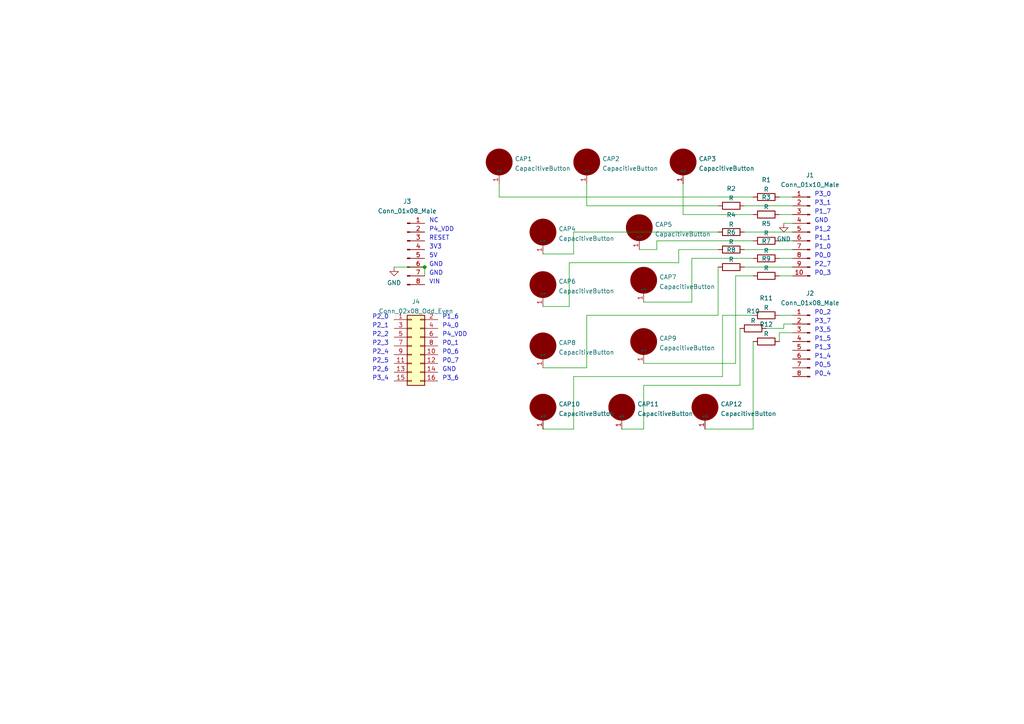
<source format=kicad_sch>
(kicad_sch (version 20211123) (generator eeschema)

  (uuid e63e39d7-6ac0-4ffd-8aa3-1841a4541b55)

  (paper "A4")

  (lib_symbols
    (symbol "Connector:Conn_01x08_Male" (pin_names (offset 1.016) hide) (in_bom yes) (on_board yes)
      (property "Reference" "J" (id 0) (at 0 10.16 0)
        (effects (font (size 1.27 1.27)))
      )
      (property "Value" "Conn_01x08_Male" (id 1) (at 0 -12.7 0)
        (effects (font (size 1.27 1.27)))
      )
      (property "Footprint" "" (id 2) (at 0 0 0)
        (effects (font (size 1.27 1.27)) hide)
      )
      (property "Datasheet" "~" (id 3) (at 0 0 0)
        (effects (font (size 1.27 1.27)) hide)
      )
      (property "ki_keywords" "connector" (id 4) (at 0 0 0)
        (effects (font (size 1.27 1.27)) hide)
      )
      (property "ki_description" "Generic connector, single row, 01x08, script generated (kicad-library-utils/schlib/autogen/connector/)" (id 5) (at 0 0 0)
        (effects (font (size 1.27 1.27)) hide)
      )
      (property "ki_fp_filters" "Connector*:*_1x??_*" (id 6) (at 0 0 0)
        (effects (font (size 1.27 1.27)) hide)
      )
      (symbol "Conn_01x08_Male_1_1"
        (polyline
          (pts
            (xy 1.27 -10.16)
            (xy 0.8636 -10.16)
          )
          (stroke (width 0.1524) (type default) (color 0 0 0 0))
          (fill (type none))
        )
        (polyline
          (pts
            (xy 1.27 -7.62)
            (xy 0.8636 -7.62)
          )
          (stroke (width 0.1524) (type default) (color 0 0 0 0))
          (fill (type none))
        )
        (polyline
          (pts
            (xy 1.27 -5.08)
            (xy 0.8636 -5.08)
          )
          (stroke (width 0.1524) (type default) (color 0 0 0 0))
          (fill (type none))
        )
        (polyline
          (pts
            (xy 1.27 -2.54)
            (xy 0.8636 -2.54)
          )
          (stroke (width 0.1524) (type default) (color 0 0 0 0))
          (fill (type none))
        )
        (polyline
          (pts
            (xy 1.27 0)
            (xy 0.8636 0)
          )
          (stroke (width 0.1524) (type default) (color 0 0 0 0))
          (fill (type none))
        )
        (polyline
          (pts
            (xy 1.27 2.54)
            (xy 0.8636 2.54)
          )
          (stroke (width 0.1524) (type default) (color 0 0 0 0))
          (fill (type none))
        )
        (polyline
          (pts
            (xy 1.27 5.08)
            (xy 0.8636 5.08)
          )
          (stroke (width 0.1524) (type default) (color 0 0 0 0))
          (fill (type none))
        )
        (polyline
          (pts
            (xy 1.27 7.62)
            (xy 0.8636 7.62)
          )
          (stroke (width 0.1524) (type default) (color 0 0 0 0))
          (fill (type none))
        )
        (rectangle (start 0.8636 -10.033) (end 0 -10.287)
          (stroke (width 0.1524) (type default) (color 0 0 0 0))
          (fill (type outline))
        )
        (rectangle (start 0.8636 -7.493) (end 0 -7.747)
          (stroke (width 0.1524) (type default) (color 0 0 0 0))
          (fill (type outline))
        )
        (rectangle (start 0.8636 -4.953) (end 0 -5.207)
          (stroke (width 0.1524) (type default) (color 0 0 0 0))
          (fill (type outline))
        )
        (rectangle (start 0.8636 -2.413) (end 0 -2.667)
          (stroke (width 0.1524) (type default) (color 0 0 0 0))
          (fill (type outline))
        )
        (rectangle (start 0.8636 0.127) (end 0 -0.127)
          (stroke (width 0.1524) (type default) (color 0 0 0 0))
          (fill (type outline))
        )
        (rectangle (start 0.8636 2.667) (end 0 2.413)
          (stroke (width 0.1524) (type default) (color 0 0 0 0))
          (fill (type outline))
        )
        (rectangle (start 0.8636 5.207) (end 0 4.953)
          (stroke (width 0.1524) (type default) (color 0 0 0 0))
          (fill (type outline))
        )
        (rectangle (start 0.8636 7.747) (end 0 7.493)
          (stroke (width 0.1524) (type default) (color 0 0 0 0))
          (fill (type outline))
        )
        (pin passive line (at 5.08 7.62 180) (length 3.81)
          (name "Pin_1" (effects (font (size 1.27 1.27))))
          (number "1" (effects (font (size 1.27 1.27))))
        )
        (pin passive line (at 5.08 5.08 180) (length 3.81)
          (name "Pin_2" (effects (font (size 1.27 1.27))))
          (number "2" (effects (font (size 1.27 1.27))))
        )
        (pin passive line (at 5.08 2.54 180) (length 3.81)
          (name "Pin_3" (effects (font (size 1.27 1.27))))
          (number "3" (effects (font (size 1.27 1.27))))
        )
        (pin passive line (at 5.08 0 180) (length 3.81)
          (name "Pin_4" (effects (font (size 1.27 1.27))))
          (number "4" (effects (font (size 1.27 1.27))))
        )
        (pin passive line (at 5.08 -2.54 180) (length 3.81)
          (name "Pin_5" (effects (font (size 1.27 1.27))))
          (number "5" (effects (font (size 1.27 1.27))))
        )
        (pin passive line (at 5.08 -5.08 180) (length 3.81)
          (name "Pin_6" (effects (font (size 1.27 1.27))))
          (number "6" (effects (font (size 1.27 1.27))))
        )
        (pin passive line (at 5.08 -7.62 180) (length 3.81)
          (name "Pin_7" (effects (font (size 1.27 1.27))))
          (number "7" (effects (font (size 1.27 1.27))))
        )
        (pin passive line (at 5.08 -10.16 180) (length 3.81)
          (name "Pin_8" (effects (font (size 1.27 1.27))))
          (number "8" (effects (font (size 1.27 1.27))))
        )
      )
    )
    (symbol "Connector:Conn_01x10_Male" (pin_names (offset 1.016) hide) (in_bom yes) (on_board yes)
      (property "Reference" "J" (id 0) (at 0 12.7 0)
        (effects (font (size 1.27 1.27)))
      )
      (property "Value" "Conn_01x10_Male" (id 1) (at 0 -15.24 0)
        (effects (font (size 1.27 1.27)))
      )
      (property "Footprint" "" (id 2) (at 0 0 0)
        (effects (font (size 1.27 1.27)) hide)
      )
      (property "Datasheet" "~" (id 3) (at 0 0 0)
        (effects (font (size 1.27 1.27)) hide)
      )
      (property "ki_keywords" "connector" (id 4) (at 0 0 0)
        (effects (font (size 1.27 1.27)) hide)
      )
      (property "ki_description" "Generic connector, single row, 01x10, script generated (kicad-library-utils/schlib/autogen/connector/)" (id 5) (at 0 0 0)
        (effects (font (size 1.27 1.27)) hide)
      )
      (property "ki_fp_filters" "Connector*:*_1x??_*" (id 6) (at 0 0 0)
        (effects (font (size 1.27 1.27)) hide)
      )
      (symbol "Conn_01x10_Male_1_1"
        (polyline
          (pts
            (xy 1.27 -12.7)
            (xy 0.8636 -12.7)
          )
          (stroke (width 0.1524) (type default) (color 0 0 0 0))
          (fill (type none))
        )
        (polyline
          (pts
            (xy 1.27 -10.16)
            (xy 0.8636 -10.16)
          )
          (stroke (width 0.1524) (type default) (color 0 0 0 0))
          (fill (type none))
        )
        (polyline
          (pts
            (xy 1.27 -7.62)
            (xy 0.8636 -7.62)
          )
          (stroke (width 0.1524) (type default) (color 0 0 0 0))
          (fill (type none))
        )
        (polyline
          (pts
            (xy 1.27 -5.08)
            (xy 0.8636 -5.08)
          )
          (stroke (width 0.1524) (type default) (color 0 0 0 0))
          (fill (type none))
        )
        (polyline
          (pts
            (xy 1.27 -2.54)
            (xy 0.8636 -2.54)
          )
          (stroke (width 0.1524) (type default) (color 0 0 0 0))
          (fill (type none))
        )
        (polyline
          (pts
            (xy 1.27 0)
            (xy 0.8636 0)
          )
          (stroke (width 0.1524) (type default) (color 0 0 0 0))
          (fill (type none))
        )
        (polyline
          (pts
            (xy 1.27 2.54)
            (xy 0.8636 2.54)
          )
          (stroke (width 0.1524) (type default) (color 0 0 0 0))
          (fill (type none))
        )
        (polyline
          (pts
            (xy 1.27 5.08)
            (xy 0.8636 5.08)
          )
          (stroke (width 0.1524) (type default) (color 0 0 0 0))
          (fill (type none))
        )
        (polyline
          (pts
            (xy 1.27 7.62)
            (xy 0.8636 7.62)
          )
          (stroke (width 0.1524) (type default) (color 0 0 0 0))
          (fill (type none))
        )
        (polyline
          (pts
            (xy 1.27 10.16)
            (xy 0.8636 10.16)
          )
          (stroke (width 0.1524) (type default) (color 0 0 0 0))
          (fill (type none))
        )
        (rectangle (start 0.8636 -12.573) (end 0 -12.827)
          (stroke (width 0.1524) (type default) (color 0 0 0 0))
          (fill (type outline))
        )
        (rectangle (start 0.8636 -10.033) (end 0 -10.287)
          (stroke (width 0.1524) (type default) (color 0 0 0 0))
          (fill (type outline))
        )
        (rectangle (start 0.8636 -7.493) (end 0 -7.747)
          (stroke (width 0.1524) (type default) (color 0 0 0 0))
          (fill (type outline))
        )
        (rectangle (start 0.8636 -4.953) (end 0 -5.207)
          (stroke (width 0.1524) (type default) (color 0 0 0 0))
          (fill (type outline))
        )
        (rectangle (start 0.8636 -2.413) (end 0 -2.667)
          (stroke (width 0.1524) (type default) (color 0 0 0 0))
          (fill (type outline))
        )
        (rectangle (start 0.8636 0.127) (end 0 -0.127)
          (stroke (width 0.1524) (type default) (color 0 0 0 0))
          (fill (type outline))
        )
        (rectangle (start 0.8636 2.667) (end 0 2.413)
          (stroke (width 0.1524) (type default) (color 0 0 0 0))
          (fill (type outline))
        )
        (rectangle (start 0.8636 5.207) (end 0 4.953)
          (stroke (width 0.1524) (type default) (color 0 0 0 0))
          (fill (type outline))
        )
        (rectangle (start 0.8636 7.747) (end 0 7.493)
          (stroke (width 0.1524) (type default) (color 0 0 0 0))
          (fill (type outline))
        )
        (rectangle (start 0.8636 10.287) (end 0 10.033)
          (stroke (width 0.1524) (type default) (color 0 0 0 0))
          (fill (type outline))
        )
        (pin passive line (at 5.08 10.16 180) (length 3.81)
          (name "Pin_1" (effects (font (size 1.27 1.27))))
          (number "1" (effects (font (size 1.27 1.27))))
        )
        (pin passive line (at 5.08 -12.7 180) (length 3.81)
          (name "Pin_10" (effects (font (size 1.27 1.27))))
          (number "10" (effects (font (size 1.27 1.27))))
        )
        (pin passive line (at 5.08 7.62 180) (length 3.81)
          (name "Pin_2" (effects (font (size 1.27 1.27))))
          (number "2" (effects (font (size 1.27 1.27))))
        )
        (pin passive line (at 5.08 5.08 180) (length 3.81)
          (name "Pin_3" (effects (font (size 1.27 1.27))))
          (number "3" (effects (font (size 1.27 1.27))))
        )
        (pin passive line (at 5.08 2.54 180) (length 3.81)
          (name "Pin_4" (effects (font (size 1.27 1.27))))
          (number "4" (effects (font (size 1.27 1.27))))
        )
        (pin passive line (at 5.08 0 180) (length 3.81)
          (name "Pin_5" (effects (font (size 1.27 1.27))))
          (number "5" (effects (font (size 1.27 1.27))))
        )
        (pin passive line (at 5.08 -2.54 180) (length 3.81)
          (name "Pin_6" (effects (font (size 1.27 1.27))))
          (number "6" (effects (font (size 1.27 1.27))))
        )
        (pin passive line (at 5.08 -5.08 180) (length 3.81)
          (name "Pin_7" (effects (font (size 1.27 1.27))))
          (number "7" (effects (font (size 1.27 1.27))))
        )
        (pin passive line (at 5.08 -7.62 180) (length 3.81)
          (name "Pin_8" (effects (font (size 1.27 1.27))))
          (number "8" (effects (font (size 1.27 1.27))))
        )
        (pin passive line (at 5.08 -10.16 180) (length 3.81)
          (name "Pin_9" (effects (font (size 1.27 1.27))))
          (number "9" (effects (font (size 1.27 1.27))))
        )
      )
    )
    (symbol "Connector_Generic:Conn_02x08_Odd_Even" (pin_names (offset 1.016) hide) (in_bom yes) (on_board yes)
      (property "Reference" "J" (id 0) (at 1.27 10.16 0)
        (effects (font (size 1.27 1.27)))
      )
      (property "Value" "Conn_02x08_Odd_Even" (id 1) (at 1.27 -12.7 0)
        (effects (font (size 1.27 1.27)))
      )
      (property "Footprint" "" (id 2) (at 0 0 0)
        (effects (font (size 1.27 1.27)) hide)
      )
      (property "Datasheet" "~" (id 3) (at 0 0 0)
        (effects (font (size 1.27 1.27)) hide)
      )
      (property "ki_keywords" "connector" (id 4) (at 0 0 0)
        (effects (font (size 1.27 1.27)) hide)
      )
      (property "ki_description" "Generic connector, double row, 02x08, odd/even pin numbering scheme (row 1 odd numbers, row 2 even numbers), script generated (kicad-library-utils/schlib/autogen/connector/)" (id 5) (at 0 0 0)
        (effects (font (size 1.27 1.27)) hide)
      )
      (property "ki_fp_filters" "Connector*:*_2x??_*" (id 6) (at 0 0 0)
        (effects (font (size 1.27 1.27)) hide)
      )
      (symbol "Conn_02x08_Odd_Even_1_1"
        (rectangle (start -1.27 -10.033) (end 0 -10.287)
          (stroke (width 0.1524) (type default) (color 0 0 0 0))
          (fill (type none))
        )
        (rectangle (start -1.27 -7.493) (end 0 -7.747)
          (stroke (width 0.1524) (type default) (color 0 0 0 0))
          (fill (type none))
        )
        (rectangle (start -1.27 -4.953) (end 0 -5.207)
          (stroke (width 0.1524) (type default) (color 0 0 0 0))
          (fill (type none))
        )
        (rectangle (start -1.27 -2.413) (end 0 -2.667)
          (stroke (width 0.1524) (type default) (color 0 0 0 0))
          (fill (type none))
        )
        (rectangle (start -1.27 0.127) (end 0 -0.127)
          (stroke (width 0.1524) (type default) (color 0 0 0 0))
          (fill (type none))
        )
        (rectangle (start -1.27 2.667) (end 0 2.413)
          (stroke (width 0.1524) (type default) (color 0 0 0 0))
          (fill (type none))
        )
        (rectangle (start -1.27 5.207) (end 0 4.953)
          (stroke (width 0.1524) (type default) (color 0 0 0 0))
          (fill (type none))
        )
        (rectangle (start -1.27 7.747) (end 0 7.493)
          (stroke (width 0.1524) (type default) (color 0 0 0 0))
          (fill (type none))
        )
        (rectangle (start -1.27 8.89) (end 3.81 -11.43)
          (stroke (width 0.254) (type default) (color 0 0 0 0))
          (fill (type background))
        )
        (rectangle (start 3.81 -10.033) (end 2.54 -10.287)
          (stroke (width 0.1524) (type default) (color 0 0 0 0))
          (fill (type none))
        )
        (rectangle (start 3.81 -7.493) (end 2.54 -7.747)
          (stroke (width 0.1524) (type default) (color 0 0 0 0))
          (fill (type none))
        )
        (rectangle (start 3.81 -4.953) (end 2.54 -5.207)
          (stroke (width 0.1524) (type default) (color 0 0 0 0))
          (fill (type none))
        )
        (rectangle (start 3.81 -2.413) (end 2.54 -2.667)
          (stroke (width 0.1524) (type default) (color 0 0 0 0))
          (fill (type none))
        )
        (rectangle (start 3.81 0.127) (end 2.54 -0.127)
          (stroke (width 0.1524) (type default) (color 0 0 0 0))
          (fill (type none))
        )
        (rectangle (start 3.81 2.667) (end 2.54 2.413)
          (stroke (width 0.1524) (type default) (color 0 0 0 0))
          (fill (type none))
        )
        (rectangle (start 3.81 5.207) (end 2.54 4.953)
          (stroke (width 0.1524) (type default) (color 0 0 0 0))
          (fill (type none))
        )
        (rectangle (start 3.81 7.747) (end 2.54 7.493)
          (stroke (width 0.1524) (type default) (color 0 0 0 0))
          (fill (type none))
        )
        (pin passive line (at -5.08 7.62 0) (length 3.81)
          (name "Pin_1" (effects (font (size 1.27 1.27))))
          (number "1" (effects (font (size 1.27 1.27))))
        )
        (pin passive line (at 7.62 -2.54 180) (length 3.81)
          (name "Pin_10" (effects (font (size 1.27 1.27))))
          (number "10" (effects (font (size 1.27 1.27))))
        )
        (pin passive line (at -5.08 -5.08 0) (length 3.81)
          (name "Pin_11" (effects (font (size 1.27 1.27))))
          (number "11" (effects (font (size 1.27 1.27))))
        )
        (pin passive line (at 7.62 -5.08 180) (length 3.81)
          (name "Pin_12" (effects (font (size 1.27 1.27))))
          (number "12" (effects (font (size 1.27 1.27))))
        )
        (pin passive line (at -5.08 -7.62 0) (length 3.81)
          (name "Pin_13" (effects (font (size 1.27 1.27))))
          (number "13" (effects (font (size 1.27 1.27))))
        )
        (pin passive line (at 7.62 -7.62 180) (length 3.81)
          (name "Pin_14" (effects (font (size 1.27 1.27))))
          (number "14" (effects (font (size 1.27 1.27))))
        )
        (pin passive line (at -5.08 -10.16 0) (length 3.81)
          (name "Pin_15" (effects (font (size 1.27 1.27))))
          (number "15" (effects (font (size 1.27 1.27))))
        )
        (pin passive line (at 7.62 -10.16 180) (length 3.81)
          (name "Pin_16" (effects (font (size 1.27 1.27))))
          (number "16" (effects (font (size 1.27 1.27))))
        )
        (pin passive line (at 7.62 7.62 180) (length 3.81)
          (name "Pin_2" (effects (font (size 1.27 1.27))))
          (number "2" (effects (font (size 1.27 1.27))))
        )
        (pin passive line (at -5.08 5.08 0) (length 3.81)
          (name "Pin_3" (effects (font (size 1.27 1.27))))
          (number "3" (effects (font (size 1.27 1.27))))
        )
        (pin passive line (at 7.62 5.08 180) (length 3.81)
          (name "Pin_4" (effects (font (size 1.27 1.27))))
          (number "4" (effects (font (size 1.27 1.27))))
        )
        (pin passive line (at -5.08 2.54 0) (length 3.81)
          (name "Pin_5" (effects (font (size 1.27 1.27))))
          (number "5" (effects (font (size 1.27 1.27))))
        )
        (pin passive line (at 7.62 2.54 180) (length 3.81)
          (name "Pin_6" (effects (font (size 1.27 1.27))))
          (number "6" (effects (font (size 1.27 1.27))))
        )
        (pin passive line (at -5.08 0 0) (length 3.81)
          (name "Pin_7" (effects (font (size 1.27 1.27))))
          (number "7" (effects (font (size 1.27 1.27))))
        )
        (pin passive line (at 7.62 0 180) (length 3.81)
          (name "Pin_8" (effects (font (size 1.27 1.27))))
          (number "8" (effects (font (size 1.27 1.27))))
        )
        (pin passive line (at -5.08 -2.54 0) (length 3.81)
          (name "Pin_9" (effects (font (size 1.27 1.27))))
          (number "9" (effects (font (size 1.27 1.27))))
        )
      )
    )
    (symbol "Device:R" (pin_numbers hide) (pin_names (offset 0)) (in_bom yes) (on_board yes)
      (property "Reference" "R" (id 0) (at 2.032 0 90)
        (effects (font (size 1.27 1.27)))
      )
      (property "Value" "R" (id 1) (at 0 0 90)
        (effects (font (size 1.27 1.27)))
      )
      (property "Footprint" "" (id 2) (at -1.778 0 90)
        (effects (font (size 1.27 1.27)) hide)
      )
      (property "Datasheet" "~" (id 3) (at 0 0 0)
        (effects (font (size 1.27 1.27)) hide)
      )
      (property "ki_keywords" "R res resistor" (id 4) (at 0 0 0)
        (effects (font (size 1.27 1.27)) hide)
      )
      (property "ki_description" "Resistor" (id 5) (at 0 0 0)
        (effects (font (size 1.27 1.27)) hide)
      )
      (property "ki_fp_filters" "R_*" (id 6) (at 0 0 0)
        (effects (font (size 1.27 1.27)) hide)
      )
      (symbol "R_0_1"
        (rectangle (start -1.016 -2.54) (end 1.016 2.54)
          (stroke (width 0.254) (type default) (color 0 0 0 0))
          (fill (type none))
        )
      )
      (symbol "R_1_1"
        (pin passive line (at 0 3.81 270) (length 1.27)
          (name "~" (effects (font (size 1.27 1.27))))
          (number "1" (effects (font (size 1.27 1.27))))
        )
        (pin passive line (at 0 -3.81 90) (length 1.27)
          (name "~" (effects (font (size 1.27 1.27))))
          (number "2" (effects (font (size 1.27 1.27))))
        )
      )
    )
    (symbol "InakiNagore_Library:CapacitiveButton" (in_bom yes) (on_board yes)
      (property "Reference" "CAP" (id 0) (at 0 6.35 0)
        (effects (font (size 1.27 1.27)))
      )
      (property "Value" "CapacitiveButton" (id 1) (at 0 8.89 0)
        (effects (font (size 1.27 1.27)))
      )
      (property "Footprint" "" (id 2) (at 0 -6.35 0)
        (effects (font (size 1.27 1.27)) hide)
      )
      (property "Datasheet" "" (id 3) (at 0 -6.35 0)
        (effects (font (size 1.27 1.27)) hide)
      )
      (symbol "CapacitiveButton_0_1"
        (circle (center 0 0) (radius 3.81)
          (stroke (width 0.1524) (type default) (color 0 0 0 0))
          (fill (type outline))
        )
      )
      (symbol "CapacitiveButton_1_1"
        (pin passive line (at 0 -6.35 90) (length 2.54)
          (name "1" (effects (font (size 1.27 1.27))))
          (number "1" (effects (font (size 1.27 1.27))))
        )
      )
    )
    (symbol "power:GND" (power) (pin_names (offset 0)) (in_bom yes) (on_board yes)
      (property "Reference" "#PWR" (id 0) (at 0 -6.35 0)
        (effects (font (size 1.27 1.27)) hide)
      )
      (property "Value" "GND" (id 1) (at 0 -3.81 0)
        (effects (font (size 1.27 1.27)))
      )
      (property "Footprint" "" (id 2) (at 0 0 0)
        (effects (font (size 1.27 1.27)) hide)
      )
      (property "Datasheet" "" (id 3) (at 0 0 0)
        (effects (font (size 1.27 1.27)) hide)
      )
      (property "ki_keywords" "power-flag" (id 4) (at 0 0 0)
        (effects (font (size 1.27 1.27)) hide)
      )
      (property "ki_description" "Power symbol creates a global label with name \"GND\" , ground" (id 5) (at 0 0 0)
        (effects (font (size 1.27 1.27)) hide)
      )
      (symbol "GND_0_1"
        (polyline
          (pts
            (xy 0 0)
            (xy 0 -1.27)
            (xy 1.27 -1.27)
            (xy 0 -2.54)
            (xy -1.27 -1.27)
            (xy 0 -1.27)
          )
          (stroke (width 0) (type default) (color 0 0 0 0))
          (fill (type none))
        )
      )
      (symbol "GND_1_1"
        (pin power_in line (at 0 0 270) (length 0) hide
          (name "GND" (effects (font (size 1.27 1.27))))
          (number "1" (effects (font (size 1.27 1.27))))
        )
      )
    )
  )

  (junction (at 123.19 77.47) (diameter 0) (color 0 0 0 0)
    (uuid 973dbc22-2fd1-468b-a188-9c35f9d85a1e)
  )

  (wire (pts (xy 218.44 69.85) (xy 190.5 69.85))
    (stroke (width 0) (type default) (color 0 0 0 0))
    (uuid 02b6d27f-f133-447c-8747-2a595e74845e)
  )
  (wire (pts (xy 186.69 87.63) (xy 200.66 87.63))
    (stroke (width 0) (type default) (color 0 0 0 0))
    (uuid 043a3f46-e801-4613-a9be-4d14450e5288)
  )
  (wire (pts (xy 222.25 95.25) (xy 227.33 95.25))
    (stroke (width 0) (type default) (color 0 0 0 0))
    (uuid 04d34d24-10b2-4cd7-8ffe-e97946c6cd6c)
  )
  (wire (pts (xy 226.06 96.52) (xy 229.87 96.52))
    (stroke (width 0) (type default) (color 0 0 0 0))
    (uuid 123ccb0f-b8c6-42e1-b714-82d44025dd5c)
  )
  (wire (pts (xy 227.33 64.77) (xy 229.87 64.77))
    (stroke (width 0) (type default) (color 0 0 0 0))
    (uuid 140c0117-c7aa-4335-b52f-500bd0d03a3f)
  )
  (wire (pts (xy 208.28 67.31) (xy 166.37 67.31))
    (stroke (width 0) (type default) (color 0 0 0 0))
    (uuid 178d12b0-abfd-4b2c-a8da-5f75b389237d)
  )
  (wire (pts (xy 226.06 91.44) (xy 229.87 91.44))
    (stroke (width 0) (type default) (color 0 0 0 0))
    (uuid 1974c726-def2-42f6-bccb-1a0f7b6515d7)
  )
  (wire (pts (xy 196.85 76.2) (xy 165.1 76.2))
    (stroke (width 0) (type default) (color 0 0 0 0))
    (uuid 1d35a8f3-13f6-4485-81fe-ccb13fc48c6b)
  )
  (wire (pts (xy 170.18 91.44) (xy 170.18 106.68))
    (stroke (width 0) (type default) (color 0 0 0 0))
    (uuid 1ea89d85-784e-47bc-92b5-08d8a2b1c931)
  )
  (wire (pts (xy 208.28 77.47) (xy 208.28 91.44))
    (stroke (width 0) (type default) (color 0 0 0 0))
    (uuid 2d558138-e06d-4186-92d4-631cabc6da86)
  )
  (wire (pts (xy 166.37 73.66) (xy 157.48 73.66))
    (stroke (width 0) (type default) (color 0 0 0 0))
    (uuid 30939522-263a-4744-a165-40fbac9482a7)
  )
  (wire (pts (xy 215.9 77.47) (xy 229.87 77.47))
    (stroke (width 0) (type default) (color 0 0 0 0))
    (uuid 36c5c075-ff5e-4485-b0aa-00e8630acf8c)
  )
  (wire (pts (xy 114.3 77.47) (xy 123.19 77.47))
    (stroke (width 0) (type default) (color 0 0 0 0))
    (uuid 37a2e670-013c-42d9-bd4c-cc0fa0a958a8)
  )
  (wire (pts (xy 208.28 72.39) (xy 196.85 72.39))
    (stroke (width 0) (type default) (color 0 0 0 0))
    (uuid 383e89d6-625e-4738-b983-6c43b78ac81c)
  )
  (wire (pts (xy 200.66 74.93) (xy 200.66 87.63))
    (stroke (width 0) (type default) (color 0 0 0 0))
    (uuid 38730772-9a13-40e0-9a9e-f0f51acac791)
  )
  (wire (pts (xy 218.44 99.06) (xy 218.44 124.46))
    (stroke (width 0) (type default) (color 0 0 0 0))
    (uuid 407b9ab9-6895-41c5-a290-4c4029ac19ed)
  )
  (wire (pts (xy 226.06 99.06) (xy 226.06 96.52))
    (stroke (width 0) (type default) (color 0 0 0 0))
    (uuid 4787afbf-a567-4e80-9253-fc8002fdff49)
  )
  (wire (pts (xy 218.44 62.23) (xy 198.12 62.23))
    (stroke (width 0) (type default) (color 0 0 0 0))
    (uuid 4c188409-0926-45e2-979f-35c3723387b9)
  )
  (wire (pts (xy 165.1 88.9) (xy 157.48 88.9))
    (stroke (width 0) (type default) (color 0 0 0 0))
    (uuid 50c924bd-ee43-4fda-b22e-bb3ba7fea6d4)
  )
  (wire (pts (xy 170.18 106.68) (xy 157.48 106.68))
    (stroke (width 0) (type default) (color 0 0 0 0))
    (uuid 56806d95-f4ff-4a50-9c3e-681a602a3590)
  )
  (wire (pts (xy 190.5 69.85) (xy 190.5 72.39))
    (stroke (width 0) (type default) (color 0 0 0 0))
    (uuid 5706467b-6eed-4e49-aa77-58cb721e1826)
  )
  (wire (pts (xy 186.69 124.46) (xy 180.34 124.46))
    (stroke (width 0) (type default) (color 0 0 0 0))
    (uuid 57ae5647-0796-4ac6-bcfb-5c6815dbd65b)
  )
  (wire (pts (xy 215.9 59.69) (xy 229.87 59.69))
    (stroke (width 0) (type default) (color 0 0 0 0))
    (uuid 5f551981-daad-4b72-bca9-25d1d0982a23)
  )
  (wire (pts (xy 170.18 53.34) (xy 170.18 59.69))
    (stroke (width 0) (type default) (color 0 0 0 0))
    (uuid 68e8ddcd-0114-440f-a65b-26d1f48f825d)
  )
  (wire (pts (xy 198.12 62.23) (xy 198.12 53.34))
    (stroke (width 0) (type default) (color 0 0 0 0))
    (uuid 6b9603cb-f0c0-48b3-b387-765752d88a75)
  )
  (wire (pts (xy 166.37 67.31) (xy 166.37 73.66))
    (stroke (width 0) (type default) (color 0 0 0 0))
    (uuid 6cb95c58-e95c-448a-a37c-d3a2ed604981)
  )
  (wire (pts (xy 213.36 105.41) (xy 186.69 105.41))
    (stroke (width 0) (type default) (color 0 0 0 0))
    (uuid 6ee8fdab-feaf-4b5f-bc68-f2659e0d460a)
  )
  (wire (pts (xy 144.78 57.15) (xy 144.78 53.34))
    (stroke (width 0) (type default) (color 0 0 0 0))
    (uuid 70e5b0cd-b4a4-4143-9c55-ec9a1a2371db)
  )
  (wire (pts (xy 215.9 67.31) (xy 229.87 67.31))
    (stroke (width 0) (type default) (color 0 0 0 0))
    (uuid 7917d899-338f-4867-9f30-2e928696414a)
  )
  (wire (pts (xy 186.69 111.76) (xy 186.69 124.46))
    (stroke (width 0) (type default) (color 0 0 0 0))
    (uuid 7ddeb906-24ff-4fa6-bc7a-ed8f7d9db43b)
  )
  (wire (pts (xy 226.06 69.85) (xy 229.87 69.85))
    (stroke (width 0) (type default) (color 0 0 0 0))
    (uuid 7e6fd053-56ce-4b6d-9dd0-3077a4796375)
  )
  (wire (pts (xy 209.55 91.44) (xy 209.55 109.22))
    (stroke (width 0) (type default) (color 0 0 0 0))
    (uuid 83520847-8905-4b6a-848a-62228d0f1129)
  )
  (wire (pts (xy 218.44 124.46) (xy 204.47 124.46))
    (stroke (width 0) (type default) (color 0 0 0 0))
    (uuid 83c22e08-cfff-426c-ab15-2a9efc597b88)
  )
  (wire (pts (xy 226.06 80.01) (xy 229.87 80.01))
    (stroke (width 0) (type default) (color 0 0 0 0))
    (uuid 859d4805-3af5-4ff7-8227-7fdd6a1f7f9d)
  )
  (wire (pts (xy 214.63 95.25) (xy 214.63 111.76))
    (stroke (width 0) (type default) (color 0 0 0 0))
    (uuid 945e01cc-26e6-4e25-8927-d1691b3e5aa8)
  )
  (wire (pts (xy 226.06 57.15) (xy 229.87 57.15))
    (stroke (width 0) (type default) (color 0 0 0 0))
    (uuid 97a6aa70-4116-4bf0-ba33-63915b2fe217)
  )
  (wire (pts (xy 209.55 109.22) (xy 166.37 109.22))
    (stroke (width 0) (type default) (color 0 0 0 0))
    (uuid 9841c2b9-2c46-41fc-8c24-122fa5d20f4a)
  )
  (wire (pts (xy 170.18 59.69) (xy 208.28 59.69))
    (stroke (width 0) (type default) (color 0 0 0 0))
    (uuid 9c5868eb-b234-4eba-a0a2-b70901340f20)
  )
  (wire (pts (xy 165.1 76.2) (xy 165.1 88.9))
    (stroke (width 0) (type default) (color 0 0 0 0))
    (uuid a02082f8-98a0-435e-b00d-184a52c7a762)
  )
  (wire (pts (xy 208.28 91.44) (xy 170.18 91.44))
    (stroke (width 0) (type default) (color 0 0 0 0))
    (uuid a575ffaf-b564-47a8-a155-c6916c8ffd31)
  )
  (wire (pts (xy 218.44 80.01) (xy 213.36 80.01))
    (stroke (width 0) (type default) (color 0 0 0 0))
    (uuid ae8e42cd-873b-4d10-be99-97e7ef95d326)
  )
  (wire (pts (xy 214.63 111.76) (xy 186.69 111.76))
    (stroke (width 0) (type default) (color 0 0 0 0))
    (uuid b0813dc4-dc82-49ff-81b0-cb5e56980f48)
  )
  (wire (pts (xy 166.37 109.22) (xy 166.37 124.46))
    (stroke (width 0) (type default) (color 0 0 0 0))
    (uuid b0bcac91-b6ad-4247-a3c0-50427a6e5df7)
  )
  (wire (pts (xy 226.06 62.23) (xy 229.87 62.23))
    (stroke (width 0) (type default) (color 0 0 0 0))
    (uuid b1ff4a31-ebe8-4fa4-973c-c20e975762f1)
  )
  (wire (pts (xy 166.37 124.46) (xy 157.48 124.46))
    (stroke (width 0) (type default) (color 0 0 0 0))
    (uuid b322023b-3f05-4632-a746-7517acc65187)
  )
  (wire (pts (xy 218.44 74.93) (xy 200.66 74.93))
    (stroke (width 0) (type default) (color 0 0 0 0))
    (uuid b738fe89-9c77-475b-9929-9dc65e253c53)
  )
  (wire (pts (xy 226.06 74.93) (xy 229.87 74.93))
    (stroke (width 0) (type default) (color 0 0 0 0))
    (uuid bee79f7a-9a84-4cda-950c-ab528c18286b)
  )
  (wire (pts (xy 227.33 93.98) (xy 229.87 93.98))
    (stroke (width 0) (type default) (color 0 0 0 0))
    (uuid bf3d5079-c43f-4bae-a4d4-723d81351f3f)
  )
  (wire (pts (xy 123.19 77.47) (xy 123.19 80.01))
    (stroke (width 0) (type default) (color 0 0 0 0))
    (uuid c727affd-6099-4648-9e68-8c70b6c1e121)
  )
  (wire (pts (xy 215.9 72.39) (xy 229.87 72.39))
    (stroke (width 0) (type default) (color 0 0 0 0))
    (uuid cdef1ba2-4942-4faf-bf06-425887776618)
  )
  (wire (pts (xy 190.5 72.39) (xy 185.42 72.39))
    (stroke (width 0) (type default) (color 0 0 0 0))
    (uuid dd860535-dac5-4818-a5ee-6ab359b3d9aa)
  )
  (wire (pts (xy 227.33 95.25) (xy 227.33 93.98))
    (stroke (width 0) (type default) (color 0 0 0 0))
    (uuid e086d8f7-25d4-4cdc-a6fd-3c42ce9c72b3)
  )
  (wire (pts (xy 213.36 80.01) (xy 213.36 105.41))
    (stroke (width 0) (type default) (color 0 0 0 0))
    (uuid e2b09bb3-effa-438e-877f-1f7397146a5c)
  )
  (wire (pts (xy 218.44 91.44) (xy 209.55 91.44))
    (stroke (width 0) (type default) (color 0 0 0 0))
    (uuid f6d5f842-adbf-4421-bef6-b0ab3bd93c8f)
  )
  (wire (pts (xy 218.44 57.15) (xy 144.78 57.15))
    (stroke (width 0) (type default) (color 0 0 0 0))
    (uuid fbdddb9d-5322-4938-843c-42ea9e4f45d9)
  )
  (wire (pts (xy 196.85 72.39) (xy 196.85 76.2))
    (stroke (width 0) (type default) (color 0 0 0 0))
    (uuid febb3927-5a01-4217-8e95-2fd436d3c0b2)
  )

  (text "P1_3" (at 236.22 101.6 0)
    (effects (font (size 1.27 1.27)) (justify left bottom))
    (uuid 0231728f-f46a-4b8d-9ab0-8052ffdd3254)
  )
  (text "P0_1" (at 128.27 100.33 0)
    (effects (font (size 1.27 1.27)) (justify left bottom))
    (uuid 0986ca81-fc00-411e-b5c7-cf2dfb51306e)
  )
  (text "P2_3" (at 107.95 100.33 0)
    (effects (font (size 1.27 1.27)) (justify left bottom))
    (uuid 098a8afd-d7d9-43fa-9e44-785cb2a6ee99)
  )
  (text "P1_2" (at 236.22 67.31 0)
    (effects (font (size 1.27 1.27)) (justify left bottom))
    (uuid 10c8db46-eeb5-463f-a81e-c2873397d2f1)
  )
  (text "P0_7" (at 128.27 105.41 0)
    (effects (font (size 1.27 1.27)) (justify left bottom))
    (uuid 1be20f21-1e97-4612-8ddb-8e1ca81976cd)
  )
  (text "P2_5" (at 107.95 105.41 0)
    (effects (font (size 1.27 1.27)) (justify left bottom))
    (uuid 2527a097-ce53-429d-9894-fe4cd9a1bd9c)
  )
  (text "P2_2" (at 107.95 97.79 0)
    (effects (font (size 1.27 1.27)) (justify left bottom))
    (uuid 26d4ee2b-1b25-4be8-b1a1-bd788c96f17e)
  )
  (text "P4_0" (at 128.27 95.25 0)
    (effects (font (size 1.27 1.27)) (justify left bottom))
    (uuid 3303ef34-977f-4433-a4d4-e388b2814d95)
  )
  (text "P1_1" (at 236.22 69.85 0)
    (effects (font (size 1.27 1.27)) (justify left bottom))
    (uuid 3369df48-cf3b-404d-a759-caca5b4c00e1)
  )
  (text "3V3" (at 124.46 72.39 0)
    (effects (font (size 1.27 1.27)) (justify left bottom))
    (uuid 341ccc47-a604-49f8-8208-00b70b8e3456)
  )
  (text "P3_4" (at 107.95 110.49 0)
    (effects (font (size 1.27 1.27)) (justify left bottom))
    (uuid 373dfd01-3064-4a8c-aca4-d76c46c6718e)
  )
  (text "P0_2" (at 236.22 91.44 0)
    (effects (font (size 1.27 1.27)) (justify left bottom))
    (uuid 375d408f-3c32-4ba0-b000-236dc8d5eb71)
  )
  (text "P0_6" (at 128.27 102.87 0)
    (effects (font (size 1.27 1.27)) (justify left bottom))
    (uuid 38264538-fa31-43df-b88c-a1d375772127)
  )
  (text "5V" (at 124.46 74.93 0)
    (effects (font (size 1.27 1.27)) (justify left bottom))
    (uuid 3986d67a-fa73-4605-9a17-f33e67eb63bd)
  )
  (text "P3_0" (at 236.22 57.15 0)
    (effects (font (size 1.27 1.27)) (justify left bottom))
    (uuid 3ba5b14c-3626-4b4b-96f5-922eed91ce5e)
  )
  (text "P3_6" (at 128.27 110.49 0)
    (effects (font (size 1.27 1.27)) (justify left bottom))
    (uuid 4195170e-6e1f-4b56-854d-aaf70e6ae9a5)
  )
  (text "P4_VDD" (at 124.46 67.31 0)
    (effects (font (size 1.27 1.27)) (justify left bottom))
    (uuid 4322b8b9-1827-4f5e-be7a-42d8711a9c13)
  )
  (text "GND" (at 236.22 64.77 0)
    (effects (font (size 1.27 1.27)) (justify left bottom))
    (uuid 43e0de00-a40d-4836-84a2-b12c7e110d62)
  )
  (text "P0_5" (at 236.22 106.68 0)
    (effects (font (size 1.27 1.27)) (justify left bottom))
    (uuid 4df4c0f2-5683-404d-ae9a-bc238235991c)
  )
  (text "GND" (at 124.46 80.01 0)
    (effects (font (size 1.27 1.27)) (justify left bottom))
    (uuid 52f23fea-9873-4e97-86b5-5f3fc9166aaf)
  )
  (text "VIN" (at 124.46 82.55 0)
    (effects (font (size 1.27 1.27)) (justify left bottom))
    (uuid 597dbaff-cafd-428f-ae92-22cd642f4d22)
  )
  (text "P4_VDD" (at 128.27 97.79 0)
    (effects (font (size 1.27 1.27)) (justify left bottom))
    (uuid 7005b9a8-1bcb-4989-91c5-32832381e7d4)
  )
  (text "P1_6" (at 128.27 92.71 0)
    (effects (font (size 1.27 1.27)) (justify left bottom))
    (uuid 75914f60-7711-41bc-a16e-3256b4b8ee4a)
  )
  (text "P3_1" (at 236.22 59.69 0)
    (effects (font (size 1.27 1.27)) (justify left bottom))
    (uuid 76152e89-221e-41c0-9384-eecc366b60d8)
  )
  (text "P2_6" (at 107.95 107.95 0)
    (effects (font (size 1.27 1.27)) (justify left bottom))
    (uuid 860275a0-2a75-4d99-a229-36d3b3a8aeaa)
  )
  (text "P1_7" (at 236.22 62.23 0)
    (effects (font (size 1.27 1.27)) (justify left bottom))
    (uuid 8b9fbdda-7d8c-4355-9d83-6210ce521894)
  )
  (text "NC" (at 124.46 64.77 0)
    (effects (font (size 1.27 1.27)) (justify left bottom))
    (uuid 9f694638-0182-4ce3-9f5d-f2d9e67e0f74)
  )
  (text "P2_4" (at 107.95 102.87 0)
    (effects (font (size 1.27 1.27)) (justify left bottom))
    (uuid a086a33c-7901-47d6-96d9-fcdfb727e351)
  )
  (text "P0_3" (at 236.22 80.01 0)
    (effects (font (size 1.27 1.27)) (justify left bottom))
    (uuid ad39620f-33a2-49b1-bde4-8d747b2a6aff)
  )
  (text "P2_0" (at 107.95 92.71 0)
    (effects (font (size 1.27 1.27)) (justify left bottom))
    (uuid aefdf576-d116-4e66-9af4-57220aa9878b)
  )
  (text "RESET" (at 124.46 69.85 0)
    (effects (font (size 1.27 1.27)) (justify left bottom))
    (uuid b7e253c2-94a1-49fb-98a1-ec6fc42ae205)
  )
  (text "P2_1" (at 107.95 95.25 0)
    (effects (font (size 1.27 1.27)) (justify left bottom))
    (uuid bb02ec86-6d2f-48d6-bf95-dde095843bcc)
  )
  (text "P1_4" (at 236.22 104.14 0)
    (effects (font (size 1.27 1.27)) (justify left bottom))
    (uuid c24e5883-9d3e-4bd9-ba20-29dcae52a995)
  )
  (text "P1_5" (at 236.22 99.06 0)
    (effects (font (size 1.27 1.27)) (justify left bottom))
    (uuid cf36b91b-c821-400c-8512-8734bc820b1d)
  )
  (text "P3_7" (at 236.22 93.98 0)
    (effects (font (size 1.27 1.27)) (justify left bottom))
    (uuid dd76a113-f770-4cc0-8632-74e1f4a8125a)
  )
  (text "GND" (at 124.46 77.47 0)
    (effects (font (size 1.27 1.27)) (justify left bottom))
    (uuid ddc045e3-6f1a-47ff-b426-18ded2e3358e)
  )
  (text "P0_4" (at 236.22 109.22 0)
    (effects (font (size 1.27 1.27)) (justify left bottom))
    (uuid df085066-2b36-4425-b1fa-d6c9ab19bb1d)
  )
  (text "GND" (at 128.27 107.95 0)
    (effects (font (size 1.27 1.27)) (justify left bottom))
    (uuid e2e712aa-bee7-4480-b69d-7e0082c52dab)
  )
  (text "P1_0" (at 236.22 72.39 0)
    (effects (font (size 1.27 1.27)) (justify left bottom))
    (uuid f041962e-0b69-4008-9348-09351a2b36f2)
  )
  (text "P2_7" (at 236.22 77.47 0)
    (effects (font (size 1.27 1.27)) (justify left bottom))
    (uuid f297f06b-c26d-4260-b4f1-3e5b5f3ba293)
  )
  (text "P0_0" (at 236.22 74.93 0)
    (effects (font (size 1.27 1.27)) (justify left bottom))
    (uuid f65bde58-e315-406e-8859-4eb9975f98b1)
  )
  (text "P3_5" (at 236.22 96.52 0)
    (effects (font (size 1.27 1.27)) (justify left bottom))
    (uuid fefbe39b-f85d-46c4-b917-30222c97b68b)
  )

  (symbol (lib_id "InakiNagore_Library:CapacitiveButton") (at 198.12 46.99 0) (unit 1)
    (in_bom yes) (on_board yes) (fields_autoplaced)
    (uuid 06a2893d-f4dd-4dea-b7f9-55ccc1a8e96b)
    (property "Reference" "CAP3" (id 0) (at 202.6412 46.0815 0)
      (effects (font (size 1.27 1.27)) (justify left))
    )
    (property "Value" "CapacitiveButton" (id 1) (at 202.6412 48.8566 0)
      (effects (font (size 1.27 1.27)) (justify left))
    )
    (property "Footprint" "InakiNagore_Library_Footprint:CapacitiveSensor" (id 2) (at 198.12 53.34 0)
      (effects (font (size 1.27 1.27)) hide)
    )
    (property "Datasheet" "" (id 3) (at 198.12 53.34 0)
      (effects (font (size 1.27 1.27)) hide)
    )
    (pin "1" (uuid 8bee7246-1662-4137-a2fc-7e6bb8718b2d))
  )

  (symbol (lib_id "Connector:Conn_01x08_Male") (at 234.95 99.06 0) (mirror y) (unit 1)
    (in_bom yes) (on_board yes)
    (uuid 09ca0643-81ba-4cf0-9ba1-a08513b96e39)
    (property "Reference" "J2" (id 0) (at 234.95 85.09 0))
    (property "Value" "Conn_01x08_Male" (id 1) (at 234.95 87.8651 0))
    (property "Footprint" "Headers_2.54mm:PinHeader_1x08_P2.54mm_Vertical" (id 2) (at 234.95 99.06 0)
      (effects (font (size 1.27 1.27)) hide)
    )
    (property "Datasheet" "~" (id 3) (at 234.95 99.06 0)
      (effects (font (size 1.27 1.27)) hide)
    )
    (pin "1" (uuid 0d4d7343-b211-4102-a6ca-9cb7ea8f0d50))
    (pin "2" (uuid 699d855e-4b69-4c2e-b032-49be112ca4f9))
    (pin "3" (uuid 037b44ed-323c-4060-829a-497d7af6f15a))
    (pin "4" (uuid a88b2636-11ff-4307-9af4-d5813ebe1420))
    (pin "5" (uuid 8a5098dc-8bcb-4b45-8408-33609ebe03b4))
    (pin "6" (uuid a36d32fe-8687-4fb4-9312-400be3f53e67))
    (pin "7" (uuid e9f648e5-62ce-4943-96ef-d4592d867013))
    (pin "8" (uuid f891158f-8159-4bff-bc91-79d53c09a920))
  )

  (symbol (lib_id "Device:R") (at 222.25 69.85 90) (unit 1)
    (in_bom yes) (on_board yes) (fields_autoplaced)
    (uuid 0ccbabfb-48ef-4892-9e15-58acee369d77)
    (property "Reference" "R5" (id 0) (at 222.25 64.8675 90))
    (property "Value" "R" (id 1) (at 222.25 67.6426 90))
    (property "Footprint" "Resistor_SMD:R_0603_1608Metric" (id 2) (at 222.25 71.628 90)
      (effects (font (size 1.27 1.27)) hide)
    )
    (property "Datasheet" "~" (id 3) (at 222.25 69.85 0)
      (effects (font (size 1.27 1.27)) hide)
    )
    (pin "1" (uuid 7e573817-c593-4d29-87e4-18486e4b13b6))
    (pin "2" (uuid 159e61d6-8e48-4ee1-a2b4-df9178116d09))
  )

  (symbol (lib_id "InakiNagore_Library:CapacitiveButton") (at 186.69 99.06 0) (unit 1)
    (in_bom yes) (on_board yes) (fields_autoplaced)
    (uuid 166952f8-faf6-4e60-a4ca-d1def7805d03)
    (property "Reference" "CAP9" (id 0) (at 191.2112 98.1515 0)
      (effects (font (size 1.27 1.27)) (justify left))
    )
    (property "Value" "CapacitiveButton" (id 1) (at 191.2112 100.9266 0)
      (effects (font (size 1.27 1.27)) (justify left))
    )
    (property "Footprint" "InakiNagore_Library_Footprint:CapacitiveSensor" (id 2) (at 186.69 105.41 0)
      (effects (font (size 1.27 1.27)) hide)
    )
    (property "Datasheet" "" (id 3) (at 186.69 105.41 0)
      (effects (font (size 1.27 1.27)) hide)
    )
    (pin "1" (uuid 71a12fbf-3ce4-4153-8a5f-83852aebfd90))
  )

  (symbol (lib_id "Connector_Generic:Conn_02x08_Odd_Even") (at 119.38 100.33 0) (unit 1)
    (in_bom yes) (on_board yes) (fields_autoplaced)
    (uuid 1dcdf689-aa2c-431c-a7b2-61486ed59251)
    (property "Reference" "J4" (id 0) (at 120.65 87.4735 0))
    (property "Value" "Conn_02x08_Odd_Even" (id 1) (at 120.65 90.2486 0))
    (property "Footprint" "Headers_2.54mm:PinHeader_2x08_P2.54mm_Vertical" (id 2) (at 119.38 100.33 0)
      (effects (font (size 1.27 1.27)) hide)
    )
    (property "Datasheet" "~" (id 3) (at 119.38 100.33 0)
      (effects (font (size 1.27 1.27)) hide)
    )
    (pin "1" (uuid 455e9022-1cec-4f3d-976d-ba37cf677d9f))
    (pin "10" (uuid c3fa7f97-95ac-427b-8a66-6966f593762e))
    (pin "11" (uuid f9480483-31ba-46dd-94e5-d2a8d2feac29))
    (pin "12" (uuid d975414f-717f-41fe-876d-e19f154c4de2))
    (pin "13" (uuid ef6da3ef-10d3-478f-a06d-dbd3986fbbb5))
    (pin "14" (uuid 10ca0811-fb12-43d4-90c2-946e38cc389c))
    (pin "15" (uuid c9e34909-bc4f-49cd-9338-0ddebc22073e))
    (pin "16" (uuid 650ef01f-2e5e-4aa6-8767-fc59d65f4fdf))
    (pin "2" (uuid 7cd5e10c-70c6-4121-a6de-4cec10b2fcaf))
    (pin "3" (uuid 232b948b-3385-4aeb-a1d5-ce7e4f7eaaea))
    (pin "4" (uuid 3a41f781-ca52-4844-ad83-84b509d4c07d))
    (pin "5" (uuid e9aa44e4-056b-4fca-862b-190ba201f94c))
    (pin "6" (uuid 027e89aa-da02-4701-bfbb-c0764ea8e5b9))
    (pin "7" (uuid c2985ab1-0076-4c74-b6dd-9d30f4512691))
    (pin "8" (uuid 239ce713-70cc-4960-af09-218983482ae5))
    (pin "9" (uuid d43057a2-2e85-4f85-8a20-2c3b04d35d37))
  )

  (symbol (lib_id "Device:R") (at 212.09 59.69 90) (unit 1)
    (in_bom yes) (on_board yes) (fields_autoplaced)
    (uuid 2f256d4c-0a0e-4478-b3bf-3e0d6d8ed95b)
    (property "Reference" "R2" (id 0) (at 212.09 54.7075 90))
    (property "Value" "R" (id 1) (at 212.09 57.4826 90))
    (property "Footprint" "Resistor_SMD:R_0603_1608Metric" (id 2) (at 212.09 61.468 90)
      (effects (font (size 1.27 1.27)) hide)
    )
    (property "Datasheet" "~" (id 3) (at 212.09 59.69 0)
      (effects (font (size 1.27 1.27)) hide)
    )
    (pin "1" (uuid f53747f5-20ba-48f8-bd7a-30ce864c8dc6))
    (pin "2" (uuid 0ca0be61-b107-4286-b18e-877738e8cfd6))
  )

  (symbol (lib_id "Device:R") (at 222.25 99.06 90) (unit 1)
    (in_bom yes) (on_board yes) (fields_autoplaced)
    (uuid 39ad2964-41fa-47cd-a718-f14aeaa0957e)
    (property "Reference" "R12" (id 0) (at 222.25 94.0775 90))
    (property "Value" "R" (id 1) (at 222.25 96.8526 90))
    (property "Footprint" "Resistor_SMD:R_0603_1608Metric" (id 2) (at 222.25 100.838 90)
      (effects (font (size 1.27 1.27)) hide)
    )
    (property "Datasheet" "~" (id 3) (at 222.25 99.06 0)
      (effects (font (size 1.27 1.27)) hide)
    )
    (pin "1" (uuid d62d2efd-6221-46a6-8bed-1de5291d9393))
    (pin "2" (uuid b363d91d-fcd7-4752-acfe-6ce43382c232))
  )

  (symbol (lib_id "power:GND") (at 114.3 77.47 0) (unit 1)
    (in_bom yes) (on_board yes) (fields_autoplaced)
    (uuid 4a3db459-c9bb-4578-8b00-fa16df2dc898)
    (property "Reference" "#PWR0102" (id 0) (at 114.3 83.82 0)
      (effects (font (size 1.27 1.27)) hide)
    )
    (property "Value" "GND" (id 1) (at 114.3 82.0325 0))
    (property "Footprint" "" (id 2) (at 114.3 77.47 0)
      (effects (font (size 1.27 1.27)) hide)
    )
    (property "Datasheet" "" (id 3) (at 114.3 77.47 0)
      (effects (font (size 1.27 1.27)) hide)
    )
    (pin "1" (uuid 690b6a3f-a56f-44d9-84c4-f02a38fd9bf8))
  )

  (symbol (lib_id "InakiNagore_Library:CapacitiveButton") (at 157.48 118.11 0) (unit 1)
    (in_bom yes) (on_board yes) (fields_autoplaced)
    (uuid 60e61964-6ea7-468c-b4d5-c464c2964fb4)
    (property "Reference" "CAP10" (id 0) (at 162.0012 117.2015 0)
      (effects (font (size 1.27 1.27)) (justify left))
    )
    (property "Value" "CapacitiveButton" (id 1) (at 162.0012 119.9766 0)
      (effects (font (size 1.27 1.27)) (justify left))
    )
    (property "Footprint" "InakiNagore_Library_Footprint:CapacitiveSensor" (id 2) (at 157.48 124.46 0)
      (effects (font (size 1.27 1.27)) hide)
    )
    (property "Datasheet" "" (id 3) (at 157.48 124.46 0)
      (effects (font (size 1.27 1.27)) hide)
    )
    (pin "1" (uuid b4bb129a-27c6-47af-a65b-1d062a176af1))
  )

  (symbol (lib_id "Connector:Conn_01x10_Male") (at 234.95 67.31 0) (mirror y) (unit 1)
    (in_bom yes) (on_board yes)
    (uuid 718bf437-e6fb-45db-a07f-eeb32f70f5c3)
    (property "Reference" "J1" (id 0) (at 234.95 50.8 0))
    (property "Value" "Conn_01x10_Male" (id 1) (at 234.95 53.5751 0))
    (property "Footprint" "Headers_2.54mm:PinHeader_1x10_P2.54mm_Vertical" (id 2) (at 234.95 67.31 0)
      (effects (font (size 1.27 1.27)) hide)
    )
    (property "Datasheet" "~" (id 3) (at 234.95 67.31 0)
      (effects (font (size 1.27 1.27)) hide)
    )
    (pin "1" (uuid 094ed950-56b1-4fd3-9416-f85bf8e21615))
    (pin "10" (uuid e50cbc5a-c006-4c93-a7c5-5709b264fa9f))
    (pin "2" (uuid 27e320b9-e633-4b0e-930d-a1de3fc10b00))
    (pin "3" (uuid 76314032-277c-4cee-80d4-6248199c2e67))
    (pin "4" (uuid 58b9d5fc-0676-4f54-a13c-db6881676af5))
    (pin "5" (uuid e368c8d6-8b61-46c4-a58a-abb52f86df1b))
    (pin "6" (uuid 66429ee5-c995-40ec-b062-8a4e1606347c))
    (pin "7" (uuid bcd8d5c3-3fbe-4f81-accd-d55351bf0ac0))
    (pin "8" (uuid d5164fce-fe98-4c97-8c59-98ad4ef80844))
    (pin "9" (uuid 5bb194e8-37eb-497c-aea3-5ea9cca53044))
  )

  (symbol (lib_id "InakiNagore_Library:CapacitiveButton") (at 180.34 118.11 0) (unit 1)
    (in_bom yes) (on_board yes) (fields_autoplaced)
    (uuid 7dc1ce1b-568c-4602-a1cf-8ad58eddd87c)
    (property "Reference" "CAP11" (id 0) (at 184.8612 117.2015 0)
      (effects (font (size 1.27 1.27)) (justify left))
    )
    (property "Value" "CapacitiveButton" (id 1) (at 184.8612 119.9766 0)
      (effects (font (size 1.27 1.27)) (justify left))
    )
    (property "Footprint" "InakiNagore_Library_Footprint:CapacitiveSensor" (id 2) (at 180.34 124.46 0)
      (effects (font (size 1.27 1.27)) hide)
    )
    (property "Datasheet" "" (id 3) (at 180.34 124.46 0)
      (effects (font (size 1.27 1.27)) hide)
    )
    (pin "1" (uuid 4559dd26-8d90-4217-a8b2-1adb39d7efbd))
  )

  (symbol (lib_id "InakiNagore_Library:CapacitiveButton") (at 157.48 82.55 0) (unit 1)
    (in_bom yes) (on_board yes) (fields_autoplaced)
    (uuid 83d54cd7-09ca-450b-ae62-37fce330a1b6)
    (property "Reference" "CAP6" (id 0) (at 162.0012 81.6415 0)
      (effects (font (size 1.27 1.27)) (justify left))
    )
    (property "Value" "CapacitiveButton" (id 1) (at 162.0012 84.4166 0)
      (effects (font (size 1.27 1.27)) (justify left))
    )
    (property "Footprint" "InakiNagore_Library_Footprint:CapacitiveSensor" (id 2) (at 157.48 88.9 0)
      (effects (font (size 1.27 1.27)) hide)
    )
    (property "Datasheet" "" (id 3) (at 157.48 88.9 0)
      (effects (font (size 1.27 1.27)) hide)
    )
    (pin "1" (uuid 84e3d36f-9e3d-4640-9b2f-937a81d8e3d3))
  )

  (symbol (lib_id "Device:R") (at 222.25 74.93 90) (unit 1)
    (in_bom yes) (on_board yes) (fields_autoplaced)
    (uuid 849104f0-9a24-4dc1-aac1-1728d123c53b)
    (property "Reference" "R7" (id 0) (at 222.25 69.9475 90))
    (property "Value" "R" (id 1) (at 222.25 72.7226 90))
    (property "Footprint" "Resistor_SMD:R_0603_1608Metric" (id 2) (at 222.25 76.708 90)
      (effects (font (size 1.27 1.27)) hide)
    )
    (property "Datasheet" "~" (id 3) (at 222.25 74.93 0)
      (effects (font (size 1.27 1.27)) hide)
    )
    (pin "1" (uuid 530a7502-c894-4e3b-b655-47a2b3cf0497))
    (pin "2" (uuid cc9c0dcb-f0b2-4119-ba77-4a485541fbf3))
  )

  (symbol (lib_id "Device:R") (at 222.25 62.23 90) (unit 1)
    (in_bom yes) (on_board yes) (fields_autoplaced)
    (uuid 84cc5cf8-62a4-4dd5-936d-524e075b13cc)
    (property "Reference" "R3" (id 0) (at 222.25 57.2475 90))
    (property "Value" "R" (id 1) (at 222.25 60.0226 90))
    (property "Footprint" "Resistor_SMD:R_0603_1608Metric" (id 2) (at 222.25 64.008 90)
      (effects (font (size 1.27 1.27)) hide)
    )
    (property "Datasheet" "~" (id 3) (at 222.25 62.23 0)
      (effects (font (size 1.27 1.27)) hide)
    )
    (pin "1" (uuid d5e3c9ce-7547-444a-ae34-609ca9b7b627))
    (pin "2" (uuid 170ffee0-afdb-4058-bdd3-ce8df9926ac7))
  )

  (symbol (lib_id "InakiNagore_Library:CapacitiveButton") (at 185.42 66.04 0) (unit 1)
    (in_bom yes) (on_board yes) (fields_autoplaced)
    (uuid 879f2476-fc28-4957-8610-03e3627c09c1)
    (property "Reference" "CAP5" (id 0) (at 189.9412 65.1315 0)
      (effects (font (size 1.27 1.27)) (justify left))
    )
    (property "Value" "CapacitiveButton" (id 1) (at 189.9412 67.9066 0)
      (effects (font (size 1.27 1.27)) (justify left))
    )
    (property "Footprint" "InakiNagore_Library_Footprint:CapacitiveSensor" (id 2) (at 185.42 72.39 0)
      (effects (font (size 1.27 1.27)) hide)
    )
    (property "Datasheet" "" (id 3) (at 185.42 72.39 0)
      (effects (font (size 1.27 1.27)) hide)
    )
    (pin "1" (uuid 0027e152-89ae-4dfb-8b22-177f1ac71a46))
  )

  (symbol (lib_id "InakiNagore_Library:CapacitiveButton") (at 170.18 46.99 0) (unit 1)
    (in_bom yes) (on_board yes) (fields_autoplaced)
    (uuid 8e470916-f829-4012-aae2-1246acf2d933)
    (property "Reference" "CAP2" (id 0) (at 174.7012 46.0815 0)
      (effects (font (size 1.27 1.27)) (justify left))
    )
    (property "Value" "CapacitiveButton" (id 1) (at 174.7012 48.8566 0)
      (effects (font (size 1.27 1.27)) (justify left))
    )
    (property "Footprint" "InakiNagore_Library_Footprint:CapacitiveSensor" (id 2) (at 170.18 53.34 0)
      (effects (font (size 1.27 1.27)) hide)
    )
    (property "Datasheet" "" (id 3) (at 170.18 53.34 0)
      (effects (font (size 1.27 1.27)) hide)
    )
    (pin "1" (uuid 06275e90-f62f-41d5-a6e9-d36e62a28a36))
  )

  (symbol (lib_id "InakiNagore_Library:CapacitiveButton") (at 157.48 100.33 0) (unit 1)
    (in_bom yes) (on_board yes) (fields_autoplaced)
    (uuid 90690b92-bace-47cd-974b-5d368be9eede)
    (property "Reference" "CAP8" (id 0) (at 162.0012 99.4215 0)
      (effects (font (size 1.27 1.27)) (justify left))
    )
    (property "Value" "CapacitiveButton" (id 1) (at 162.0012 102.1966 0)
      (effects (font (size 1.27 1.27)) (justify left))
    )
    (property "Footprint" "InakiNagore_Library_Footprint:CapacitiveSensor" (id 2) (at 157.48 106.68 0)
      (effects (font (size 1.27 1.27)) hide)
    )
    (property "Datasheet" "" (id 3) (at 157.48 106.68 0)
      (effects (font (size 1.27 1.27)) hide)
    )
    (pin "1" (uuid 50266808-53a8-4397-9e6c-c7fb0891d4f0))
  )

  (symbol (lib_id "power:GND") (at 227.33 64.77 0) (unit 1)
    (in_bom yes) (on_board yes) (fields_autoplaced)
    (uuid 906c8eaa-5a30-4ca8-a0fb-2b790c8604bb)
    (property "Reference" "#PWR0101" (id 0) (at 227.33 71.12 0)
      (effects (font (size 1.27 1.27)) hide)
    )
    (property "Value" "GND" (id 1) (at 227.33 69.3325 0))
    (property "Footprint" "" (id 2) (at 227.33 64.77 0)
      (effects (font (size 1.27 1.27)) hide)
    )
    (property "Datasheet" "" (id 3) (at 227.33 64.77 0)
      (effects (font (size 1.27 1.27)) hide)
    )
    (pin "1" (uuid 2c0a12f0-6478-49b1-8f1f-117c8631f62b))
  )

  (symbol (lib_id "Device:R") (at 212.09 77.47 90) (unit 1)
    (in_bom yes) (on_board yes) (fields_autoplaced)
    (uuid 915027df-790c-4f8b-9069-4f098239f6b3)
    (property "Reference" "R8" (id 0) (at 212.09 72.4875 90))
    (property "Value" "R" (id 1) (at 212.09 75.2626 90))
    (property "Footprint" "Resistor_SMD:R_0603_1608Metric" (id 2) (at 212.09 79.248 90)
      (effects (font (size 1.27 1.27)) hide)
    )
    (property "Datasheet" "~" (id 3) (at 212.09 77.47 0)
      (effects (font (size 1.27 1.27)) hide)
    )
    (pin "1" (uuid d4047d59-8331-4120-be7f-9c614e0c6a6d))
    (pin "2" (uuid 2a22b47e-e1b0-480d-8d72-6112aed037ba))
  )

  (symbol (lib_id "Device:R") (at 222.25 80.01 90) (unit 1)
    (in_bom yes) (on_board yes) (fields_autoplaced)
    (uuid 91ecb820-545f-48fe-8835-79eb8387de1b)
    (property "Reference" "R9" (id 0) (at 222.25 75.0275 90))
    (property "Value" "R" (id 1) (at 222.25 77.8026 90))
    (property "Footprint" "Resistor_SMD:R_0603_1608Metric" (id 2) (at 222.25 81.788 90)
      (effects (font (size 1.27 1.27)) hide)
    )
    (property "Datasheet" "~" (id 3) (at 222.25 80.01 0)
      (effects (font (size 1.27 1.27)) hide)
    )
    (pin "1" (uuid d11a8b0a-5ce6-4b51-99bd-cb664506247d))
    (pin "2" (uuid 54fd8560-4097-4d67-8f4c-9f0446605c17))
  )

  (symbol (lib_id "InakiNagore_Library:CapacitiveButton") (at 157.48 67.31 0) (unit 1)
    (in_bom yes) (on_board yes) (fields_autoplaced)
    (uuid a1a3d887-4b1f-43d6-8c77-762b960f3671)
    (property "Reference" "CAP4" (id 0) (at 162.0012 66.4015 0)
      (effects (font (size 1.27 1.27)) (justify left))
    )
    (property "Value" "CapacitiveButton" (id 1) (at 162.0012 69.1766 0)
      (effects (font (size 1.27 1.27)) (justify left))
    )
    (property "Footprint" "InakiNagore_Library_Footprint:CapacitiveSensor" (id 2) (at 157.48 73.66 0)
      (effects (font (size 1.27 1.27)) hide)
    )
    (property "Datasheet" "" (id 3) (at 157.48 73.66 0)
      (effects (font (size 1.27 1.27)) hide)
    )
    (pin "1" (uuid cd46a1d4-d3f5-48be-b84c-015fb42d25bf))
  )

  (symbol (lib_id "InakiNagore_Library:CapacitiveButton") (at 186.69 81.28 0) (unit 1)
    (in_bom yes) (on_board yes) (fields_autoplaced)
    (uuid a397d09e-d0d7-469b-8fe9-b3cc0f3814f6)
    (property "Reference" "CAP7" (id 0) (at 191.2112 80.3715 0)
      (effects (font (size 1.27 1.27)) (justify left))
    )
    (property "Value" "CapacitiveButton" (id 1) (at 191.2112 83.1466 0)
      (effects (font (size 1.27 1.27)) (justify left))
    )
    (property "Footprint" "InakiNagore_Library_Footprint:CapacitiveSensor" (id 2) (at 186.69 87.63 0)
      (effects (font (size 1.27 1.27)) hide)
    )
    (property "Datasheet" "" (id 3) (at 186.69 87.63 0)
      (effects (font (size 1.27 1.27)) hide)
    )
    (pin "1" (uuid 5440f747-da4b-4a02-8241-bc07414a5c6c))
  )

  (symbol (lib_id "InakiNagore_Library:CapacitiveButton") (at 204.47 118.11 0) (unit 1)
    (in_bom yes) (on_board yes) (fields_autoplaced)
    (uuid a5f84fe3-cad6-40da-b0df-7bfba5422c44)
    (property "Reference" "CAP12" (id 0) (at 208.9912 117.2015 0)
      (effects (font (size 1.27 1.27)) (justify left))
    )
    (property "Value" "CapacitiveButton" (id 1) (at 208.9912 119.9766 0)
      (effects (font (size 1.27 1.27)) (justify left))
    )
    (property "Footprint" "InakiNagore_Library_Footprint:CapacitiveSensor" (id 2) (at 204.47 124.46 0)
      (effects (font (size 1.27 1.27)) hide)
    )
    (property "Datasheet" "" (id 3) (at 204.47 124.46 0)
      (effects (font (size 1.27 1.27)) hide)
    )
    (pin "1" (uuid a6234708-f271-498d-a64f-24d32f758b07))
  )

  (symbol (lib_id "Device:R") (at 212.09 67.31 90) (unit 1)
    (in_bom yes) (on_board yes) (fields_autoplaced)
    (uuid ad3770e9-50f6-4061-933e-95e100abcb63)
    (property "Reference" "R4" (id 0) (at 212.09 62.3275 90))
    (property "Value" "R" (id 1) (at 212.09 65.1026 90))
    (property "Footprint" "Resistor_SMD:R_0603_1608Metric" (id 2) (at 212.09 69.088 90)
      (effects (font (size 1.27 1.27)) hide)
    )
    (property "Datasheet" "~" (id 3) (at 212.09 67.31 0)
      (effects (font (size 1.27 1.27)) hide)
    )
    (pin "1" (uuid a92f1016-ab32-4c5d-97b8-e82147da8f51))
    (pin "2" (uuid 7430a949-ff0d-4f27-a75d-8f7a611d3766))
  )

  (symbol (lib_id "Device:R") (at 212.09 72.39 90) (unit 1)
    (in_bom yes) (on_board yes) (fields_autoplaced)
    (uuid be25585b-f5e1-4291-a23d-017c9d7cdc25)
    (property "Reference" "R6" (id 0) (at 212.09 67.4075 90))
    (property "Value" "R" (id 1) (at 212.09 70.1826 90))
    (property "Footprint" "Resistor_SMD:R_0603_1608Metric" (id 2) (at 212.09 74.168 90)
      (effects (font (size 1.27 1.27)) hide)
    )
    (property "Datasheet" "~" (id 3) (at 212.09 72.39 0)
      (effects (font (size 1.27 1.27)) hide)
    )
    (pin "1" (uuid 09294dde-58cd-4b53-8e3a-8fe6541cb055))
    (pin "2" (uuid 7ffaaf6f-22dd-4f1b-af94-b021cde1b176))
  )

  (symbol (lib_id "Device:R") (at 222.25 91.44 90) (unit 1)
    (in_bom yes) (on_board yes) (fields_autoplaced)
    (uuid bf9951cf-d5ee-44c8-a616-67f84aa7d89c)
    (property "Reference" "R11" (id 0) (at 222.25 86.4575 90))
    (property "Value" "R" (id 1) (at 222.25 89.2326 90))
    (property "Footprint" "Resistor_SMD:R_0603_1608Metric" (id 2) (at 222.25 93.218 90)
      (effects (font (size 1.27 1.27)) hide)
    )
    (property "Datasheet" "~" (id 3) (at 222.25 91.44 0)
      (effects (font (size 1.27 1.27)) hide)
    )
    (pin "1" (uuid d7bbb03c-7336-4248-b4d9-336c31f2f8c4))
    (pin "2" (uuid 796618ff-adc1-4daf-832e-9d9cc9a2585a))
  )

  (symbol (lib_id "Device:R") (at 222.25 57.15 90) (unit 1)
    (in_bom yes) (on_board yes) (fields_autoplaced)
    (uuid e1f4da9f-f223-4c14-bfd5-db06ccf0139f)
    (property "Reference" "R1" (id 0) (at 222.25 52.1675 90))
    (property "Value" "R" (id 1) (at 222.25 54.9426 90))
    (property "Footprint" "Resistor_SMD:R_0603_1608Metric" (id 2) (at 222.25 58.928 90)
      (effects (font (size 1.27 1.27)) hide)
    )
    (property "Datasheet" "~" (id 3) (at 222.25 57.15 0)
      (effects (font (size 1.27 1.27)) hide)
    )
    (pin "1" (uuid 3f21a2d7-9c37-4dd3-9418-223aa3de626f))
    (pin "2" (uuid 12627947-bcb3-4109-9f42-a11d0d1acd62))
  )

  (symbol (lib_id "Device:R") (at 218.44 95.25 90) (unit 1)
    (in_bom yes) (on_board yes) (fields_autoplaced)
    (uuid e77f1d56-c211-430d-accf-66e21b6abde1)
    (property "Reference" "R10" (id 0) (at 218.44 90.2675 90))
    (property "Value" "R" (id 1) (at 218.44 93.0426 90))
    (property "Footprint" "Resistor_SMD:R_0603_1608Metric" (id 2) (at 218.44 97.028 90)
      (effects (font (size 1.27 1.27)) hide)
    )
    (property "Datasheet" "~" (id 3) (at 218.44 95.25 0)
      (effects (font (size 1.27 1.27)) hide)
    )
    (pin "1" (uuid 39211402-b9fe-4fbe-b865-b92525ce6e3f))
    (pin "2" (uuid 5888d949-d3d9-46a9-a990-f5214907a7ee))
  )

  (symbol (lib_id "Connector:Conn_01x08_Male") (at 118.11 72.39 0) (unit 1)
    (in_bom yes) (on_board yes)
    (uuid f3759e81-fa3d-4932-a0e8-ea8e90313bfa)
    (property "Reference" "J3" (id 0) (at 118.11 58.42 0))
    (property "Value" "Conn_01x08_Male" (id 1) (at 118.11 61.1951 0))
    (property "Footprint" "Headers_2.54mm:PinHeader_1x08_P2.54mm_Vertical" (id 2) (at 118.11 72.39 0)
      (effects (font (size 1.27 1.27)) hide)
    )
    (property "Datasheet" "~" (id 3) (at 118.11 72.39 0)
      (effects (font (size 1.27 1.27)) hide)
    )
    (pin "1" (uuid 2580571b-5465-43bf-a7bc-23ead5a1fb47))
    (pin "2" (uuid 2a621b3e-528f-4fb4-a163-7f512ce1f978))
    (pin "3" (uuid 8905614a-615a-420e-b9e0-040f9da908a9))
    (pin "4" (uuid 61df3062-76a0-4a3f-8842-2b2b1921abc2))
    (pin "5" (uuid 34a1c7a6-c589-48a9-9b21-f2a8ea41a186))
    (pin "6" (uuid a2eac3f7-551c-45af-a718-5fa9b416299b))
    (pin "7" (uuid e97fcee8-f87f-447d-b268-f4d2f8d2e564))
    (pin "8" (uuid b9cfb808-252a-452f-8d9b-9d8ff2624e5c))
  )

  (symbol (lib_id "InakiNagore_Library:CapacitiveButton") (at 144.78 46.99 0) (unit 1)
    (in_bom yes) (on_board yes) (fields_autoplaced)
    (uuid fa78709e-d1fe-4fb1-9cc2-ae29e80e63e7)
    (property "Reference" "CAP1" (id 0) (at 149.3012 46.0815 0)
      (effects (font (size 1.27 1.27)) (justify left))
    )
    (property "Value" "CapacitiveButton" (id 1) (at 149.3012 48.8566 0)
      (effects (font (size 1.27 1.27)) (justify left))
    )
    (property "Footprint" "InakiNagore_Library_Footprint:CapacitiveSensor" (id 2) (at 144.78 53.34 0)
      (effects (font (size 1.27 1.27)) hide)
    )
    (property "Datasheet" "" (id 3) (at 144.78 53.34 0)
      (effects (font (size 1.27 1.27)) hide)
    )
    (pin "1" (uuid 93bfbf11-1cda-44f7-ade4-ae1f685142ce))
  )

  (sheet_instances
    (path "/" (page "1"))
  )

  (symbol_instances
    (path "/906c8eaa-5a30-4ca8-a0fb-2b790c8604bb"
      (reference "#PWR0101") (unit 1) (value "GND") (footprint "")
    )
    (path "/4a3db459-c9bb-4578-8b00-fa16df2dc898"
      (reference "#PWR0102") (unit 1) (value "GND") (footprint "")
    )
    (path "/fa78709e-d1fe-4fb1-9cc2-ae29e80e63e7"
      (reference "CAP1") (unit 1) (value "CapacitiveButton") (footprint "InakiNagore_Library_Footprint:CapacitiveSensor")
    )
    (path "/8e470916-f829-4012-aae2-1246acf2d933"
      (reference "CAP2") (unit 1) (value "CapacitiveButton") (footprint "InakiNagore_Library_Footprint:CapacitiveSensor")
    )
    (path "/06a2893d-f4dd-4dea-b7f9-55ccc1a8e96b"
      (reference "CAP3") (unit 1) (value "CapacitiveButton") (footprint "InakiNagore_Library_Footprint:CapacitiveSensor")
    )
    (path "/a1a3d887-4b1f-43d6-8c77-762b960f3671"
      (reference "CAP4") (unit 1) (value "CapacitiveButton") (footprint "InakiNagore_Library_Footprint:CapacitiveSensor")
    )
    (path "/879f2476-fc28-4957-8610-03e3627c09c1"
      (reference "CAP5") (unit 1) (value "CapacitiveButton") (footprint "InakiNagore_Library_Footprint:CapacitiveSensor")
    )
    (path "/83d54cd7-09ca-450b-ae62-37fce330a1b6"
      (reference "CAP6") (unit 1) (value "CapacitiveButton") (footprint "InakiNagore_Library_Footprint:CapacitiveSensor")
    )
    (path "/a397d09e-d0d7-469b-8fe9-b3cc0f3814f6"
      (reference "CAP7") (unit 1) (value "CapacitiveButton") (footprint "InakiNagore_Library_Footprint:CapacitiveSensor")
    )
    (path "/90690b92-bace-47cd-974b-5d368be9eede"
      (reference "CAP8") (unit 1) (value "CapacitiveButton") (footprint "InakiNagore_Library_Footprint:CapacitiveSensor")
    )
    (path "/166952f8-faf6-4e60-a4ca-d1def7805d03"
      (reference "CAP9") (unit 1) (value "CapacitiveButton") (footprint "InakiNagore_Library_Footprint:CapacitiveSensor")
    )
    (path "/60e61964-6ea7-468c-b4d5-c464c2964fb4"
      (reference "CAP10") (unit 1) (value "CapacitiveButton") (footprint "InakiNagore_Library_Footprint:CapacitiveSensor")
    )
    (path "/7dc1ce1b-568c-4602-a1cf-8ad58eddd87c"
      (reference "CAP11") (unit 1) (value "CapacitiveButton") (footprint "InakiNagore_Library_Footprint:CapacitiveSensor")
    )
    (path "/a5f84fe3-cad6-40da-b0df-7bfba5422c44"
      (reference "CAP12") (unit 1) (value "CapacitiveButton") (footprint "InakiNagore_Library_Footprint:CapacitiveSensor")
    )
    (path "/718bf437-e6fb-45db-a07f-eeb32f70f5c3"
      (reference "J1") (unit 1) (value "Conn_01x10_Male") (footprint "Headers_2.54mm:PinHeader_1x10_P2.54mm_Vertical")
    )
    (path "/09ca0643-81ba-4cf0-9ba1-a08513b96e39"
      (reference "J2") (unit 1) (value "Conn_01x08_Male") (footprint "Headers_2.54mm:PinHeader_1x08_P2.54mm_Vertical")
    )
    (path "/f3759e81-fa3d-4932-a0e8-ea8e90313bfa"
      (reference "J3") (unit 1) (value "Conn_01x08_Male") (footprint "Headers_2.54mm:PinHeader_1x08_P2.54mm_Vertical")
    )
    (path "/1dcdf689-aa2c-431c-a7b2-61486ed59251"
      (reference "J4") (unit 1) (value "Conn_02x08_Odd_Even") (footprint "Headers_2.54mm:PinHeader_2x08_P2.54mm_Vertical")
    )
    (path "/e1f4da9f-f223-4c14-bfd5-db06ccf0139f"
      (reference "R1") (unit 1) (value "R") (footprint "Resistor_SMD:R_0603_1608Metric")
    )
    (path "/2f256d4c-0a0e-4478-b3bf-3e0d6d8ed95b"
      (reference "R2") (unit 1) (value "R") (footprint "Resistor_SMD:R_0603_1608Metric")
    )
    (path "/84cc5cf8-62a4-4dd5-936d-524e075b13cc"
      (reference "R3") (unit 1) (value "R") (footprint "Resistor_SMD:R_0603_1608Metric")
    )
    (path "/ad3770e9-50f6-4061-933e-95e100abcb63"
      (reference "R4") (unit 1) (value "R") (footprint "Resistor_SMD:R_0603_1608Metric")
    )
    (path "/0ccbabfb-48ef-4892-9e15-58acee369d77"
      (reference "R5") (unit 1) (value "R") (footprint "Resistor_SMD:R_0603_1608Metric")
    )
    (path "/be25585b-f5e1-4291-a23d-017c9d7cdc25"
      (reference "R6") (unit 1) (value "R") (footprint "Resistor_SMD:R_0603_1608Metric")
    )
    (path "/849104f0-9a24-4dc1-aac1-1728d123c53b"
      (reference "R7") (unit 1) (value "R") (footprint "Resistor_SMD:R_0603_1608Metric")
    )
    (path "/915027df-790c-4f8b-9069-4f098239f6b3"
      (reference "R8") (unit 1) (value "R") (footprint "Resistor_SMD:R_0603_1608Metric")
    )
    (path "/91ecb820-545f-48fe-8835-79eb8387de1b"
      (reference "R9") (unit 1) (value "R") (footprint "Resistor_SMD:R_0603_1608Metric")
    )
    (path "/e77f1d56-c211-430d-accf-66e21b6abde1"
      (reference "R10") (unit 1) (value "R") (footprint "Resistor_SMD:R_0603_1608Metric")
    )
    (path "/bf9951cf-d5ee-44c8-a616-67f84aa7d89c"
      (reference "R11") (unit 1) (value "R") (footprint "Resistor_SMD:R_0603_1608Metric")
    )
    (path "/39ad2964-41fa-47cd-a718-f14aeaa0957e"
      (reference "R12") (unit 1) (value "R") (footprint "Resistor_SMD:R_0603_1608Metric")
    )
  )
)

</source>
